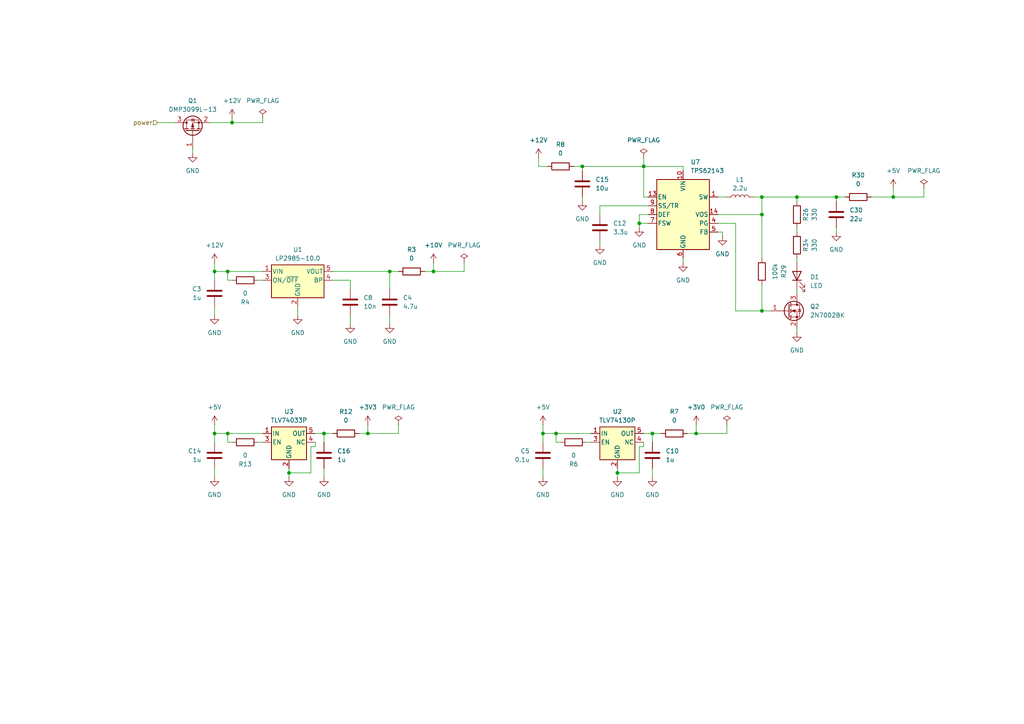
<source format=kicad_sch>
(kicad_sch (version 20250114) (generator "eeschema") (generator_version "9.0")
  (paper "A4")
  (title_block (title "ADF4158 + HMC391 PCB") (rev "v1.0") (company "Daniel Estévez"))
  (lib_symbols
    (symbol "ADF4158_PCB_library:2N7002BK" (pin_names (hide yes))
      (property "Reference" "Q" (at 5.08 1.905 0))
      (property "Value" "2N7002BK" (at 5.08 0 0))
      (symbol "2N7002BK_0_1"
        (polyline (pts (xy 0.254 1.905) (xy 0.254 -1.905)) (stroke (width 0.254)))
        (polyline (pts (xy 0.254 0) (xy -2.54 0)))
        (polyline (pts (xy 0.762 2.286) (xy 0.762 1.27)) (stroke (width 0.254)))
        (polyline (pts (xy 0.762 0.508) (xy 0.762 -0.508)) (stroke (width 0.254)))
        (polyline (pts (xy 0.762 -1.27) (xy 0.762 -2.286)) (stroke (width 0.254)))
        (polyline (pts (xy 0.762 -1.778) (xy 3.302 -1.778) (xy 3.302 1.778) (xy 0.762 1.778)))
        (polyline (pts (xy 1.016 0) (xy 2.032 0.381) (xy 2.032 -0.381) (xy 1.016 0)) (fill (type outline)))
        (circle (center 1.651 0) (radius 2.794) (stroke (width 0.254)))
        (polyline (pts (xy 2.54 2.54) (xy 2.54 1.778)))
        (circle (center 2.54 1.778) (radius 0.254) (fill (type outline)))
        (circle (center 2.54 -1.778) (radius 0.254) (fill (type outline)))
        (polyline (pts (xy 2.54 -2.54) (xy 2.54 0) (xy 0.762 0)))
        (polyline (pts (xy 2.794 0.508) (xy 2.921 0.381) (xy 3.683 0.381) (xy 3.81 0.254)))
        (polyline (pts (xy 3.302 0.381) (xy 2.921 -0.254) (xy 3.683 -0.254) (xy 3.302 0.381)))
      )
      (symbol "2N7002BK_1_1"
        (pin input line (at -5.08 0 0) (length 2.54) (name "G") (number "1"))
        (pin passive line (at 2.54 5.08 270) (length 2.54) (name "D") (number "3"))
        (pin passive line (at 2.54 -5.08 90) (length 2.54) (name "S") (number "2"))
      )
    )
    (symbol "ADF4158_PCB_library:DMP3099L-13" (pin_names (hide yes))
      (property "Reference" "Q" (at 5.08 1.905 0))
      (property "Value" "DMP3099L-13" (at 5.08 0 0))
      (symbol "DMP3099L-13_0_1"
        (polyline (pts (xy 0.254 1.905) (xy 0.254 -1.905)) (stroke (width 0.254)))
        (polyline (pts (xy 0.254 0) (xy -2.54 0)))
        (polyline (pts (xy 0.762 2.286) (xy 0.762 1.27)) (stroke (width 0.254)))
        (polyline (pts (xy 0.762 1.778) (xy 3.302 1.778) (xy 3.302 -1.778) (xy 0.762 -1.778)))
        (polyline (pts (xy 0.762 0.508) (xy 0.762 -0.508)) (stroke (width 0.254)))
        (polyline (pts (xy 0.762 -1.27) (xy 0.762 -2.286)) (stroke (width 0.254)))
        (circle (center 1.651 0) (radius 2.794) (stroke (width 0.254)))
        (polyline (pts (xy 2.286 0) (xy 1.27 0.381) (xy 1.27 -0.381) (xy 2.286 0)) (fill (type outline)))
        (polyline (pts (xy 2.54 2.54) (xy 2.54 1.778)))
        (circle (center 2.54 1.778) (radius 0.254) (fill (type outline)))
        (circle (center 2.54 -1.778) (radius 0.254) (fill (type outline)))
        (polyline (pts (xy 2.54 -2.54) (xy 2.54 0) (xy 0.762 0)))
        (polyline (pts (xy 2.794 -0.508) (xy 2.921 -0.381) (xy 3.683 -0.381) (xy 3.81 -0.254)))
        (polyline (pts (xy 3.302 -0.381) (xy 2.921 0.254) (xy 3.683 0.254) (xy 3.302 -0.381)))
      )
      (symbol "DMP3099L-13_1_1"
        (pin passive line (at -5.08 0 0) (length 2.54) (name "G") (number "1"))
        (pin passive line (at 2.54 5.08 270) (length 2.54) (name "D") (number "3"))
        (pin passive line (at 2.54 -5.08 90) (length 2.54) (name "S") (number "2"))
      )
    )
    (symbol "ADF4158_PCB_library:TLV74033P" (pin_names (offset 0.254))
      (property "Reference" "U" (at -3.81 5.715 0))
      (property "Value" "TLV74033P" (at 0 5.715 0))
      (symbol "TLV74033P_0_1"
        (rectangle (start -5.08 4.445) (end 5.08 -5.08) (stroke (width 0.254)) (fill (type background)))
      )
      (symbol "TLV74033P_1_1"
        (pin power_in line (at -7.62 2.54 0) (length 2.54) (name "IN") (number "1"))
        (pin input line (at -7.62 0 0) (length 2.54) (name "EN") (number "3"))
        (pin power_in line (at 0 -7.62 90) (length 2.54) (name "GND") (number "2"))
        (pin power_out line (at 7.62 2.54 180) (length 2.54) (name "OUT") (number "5"))
        (pin passive line (at 7.62 0 180) (length 2.54) (name "NC") (number "4"))
      )
    )
    (symbol "ADF4158_PCB_library:TLV74130P" (pin_names (offset 0.254))
      (property "Reference" "U" (at -3.81 5.715 0))
      (property "Value" "TLV74130P" (at 0 5.715 0))
      (symbol "TLV74130P_0_1"
        (rectangle (start -5.08 4.445) (end 5.08 -5.08) (stroke (width 0.254)) (fill (type background)))
      )
      (symbol "TLV74130P_1_1"
        (pin power_in line (at -7.62 2.54 0) (length 2.54) (name "IN") (number "1"))
        (pin input line (at -7.62 0 0) (length 2.54) (name "EN") (number "3"))
        (pin power_in line (at 0 -7.62 90) (length 2.54) (name "GND") (number "2"))
        (pin power_out line (at 7.62 2.54 180) (length 2.54) (name "OUT") (number "5"))
        (pin passive line (at 7.62 0 180) (length 2.54) (name "NC") (number "4"))
      )
    )
    (symbol "Device:C" (pin_numbers (hide yes)) (pin_names (offset 0.254))
      (property "Reference" "C" (at 0.635 2.54 0))
      (property "Value" "C" (at 0.635 -2.54 0))
      (symbol "C_0_1"
        (polyline (pts (xy -2.032 0.762) (xy 2.032 0.762)) (stroke (width 0.508)))
        (polyline (pts (xy -2.032 -0.762) (xy 2.032 -0.762)) (stroke (width 0.508)))
      )
      (symbol "C_1_1"
        (pin passive line (at 0 3.81 270) (length 2.794) (name "~") (number "1"))
        (pin passive line (at 0 -3.81 90) (length 2.794) (name "~") (number "2"))
      )
    )
    (symbol "Device:L" (pin_numbers (hide yes)) (pin_names (offset 1.016) (hide yes))
      (property "Reference" "L" (at -1.27 0 90))
      (property "Value" "L" (at 1.905 0 90))
      (symbol "L_0_1"
        (arc (start 0 2.54) (mid 0.6323 1.905) (end 0 1.27))
        (arc (start 0 1.27) (mid 0.6323 0.635) (end 0 0))
        (arc (start 0 0) (mid 0.6323 -0.635) (end 0 -1.27))
        (arc (start 0 -1.27) (mid 0.6323 -1.905) (end 0 -2.54))
      )
      (symbol "L_1_1"
        (pin passive line (at 0 3.81 270) (length 1.27) (name "1") (number "1"))
        (pin passive line (at 0 -3.81 90) (length 1.27) (name "2") (number "2"))
      )
    )
    (symbol "Device:LED" (pin_numbers (hide yes)) (pin_names (offset 1.016) (hide yes))
      (property "Reference" "D" (at 0 2.54 0))
      (property "Value" "LED" (at 0 -2.54 0))
      (symbol "LED_0_1"
        (polyline (pts (xy -3.048 -0.762) (xy -4.572 -2.286) (xy -3.81 -2.286) (xy -4.572 -2.286) (xy -4.572 -1.524)))
        (polyline (pts (xy -1.778 -0.762) (xy -3.302 -2.286) (xy -2.54 -2.286) (xy -3.302 -2.286) (xy -3.302 -1.524)))
        (polyline (pts (xy -1.27 0) (xy 1.27 0)))
        (polyline (pts (xy -1.27 -1.27) (xy -1.27 1.27)) (stroke (width 0.254)))
        (polyline (pts (xy 1.27 -1.27) (xy 1.27 1.27) (xy -1.27 0) (xy 1.27 -1.27)) (stroke (width 0.254)))
      )
      (symbol "LED_1_1"
        (pin passive line (at -3.81 0 0) (length 2.54) (name "K") (number "1"))
        (pin passive line (at 3.81 0 180) (length 2.54) (name "A") (number "2"))
      )
    )
    (symbol "Device:R" (pin_numbers (hide yes)) (pin_names (offset 0))
      (property "Reference" "R" (at 2.032 0 90))
      (property "Value" "R" (at 0 0 90))
      (symbol "R_0_1"
        (rectangle (start -1.016 -2.54) (end 1.016 2.54) (stroke (width 0.254)))
      )
      (symbol "R_1_1"
        (pin passive line (at 0 3.81 270) (length 1.27) (name "~") (number "1"))
        (pin passive line (at 0 -3.81 90) (length 1.27) (name "~") (number "2"))
      )
    )
    (symbol "Regulator_Linear:LP2985-10.0" (pin_names (offset 0.254))
      (property "Reference" "U" (at -6.35 5.715 0))
      (property "Value" "LP2985-10.0" (at 0 5.715 0))
      (symbol "LP2985-10.0_0_1"
        (rectangle (start -7.62 -5.08) (end 7.62 4.445) (stroke (width 0.254)) (fill (type background)))
      )
      (symbol "LP2985-10.0_1_1"
        (pin power_in line (at -10.16 2.54 0) (length 2.54) (name "VIN") (number "1"))
        (pin input line (at -10.16 0 0) (length 2.54) (name "ON/~{OFF}") (number "3"))
        (pin power_in line (at 0 -7.62 90) (length 2.54) (name "GND") (number "2"))
        (pin power_out line (at 10.16 2.54 180) (length 2.54) (name "VOUT") (number "5"))
        (pin input line (at 10.16 0 180) (length 2.54) (name "BP") (number "4"))
      )
    )
    (symbol "Regulator_Switching:TPS62143" (pin_names (offset 0.254))
      (property "Reference" "U" (at 3.81 13.97 0))
      (property "Value" "TPS62143" (at 3.81 11.43 0))
      (symbol "TPS62143_0_1"
        (rectangle (start -7.62 10.16) (end 7.62 -10.16) (stroke (width 0.254)) (fill (type background)))
      )
      (symbol "TPS62143_1_1"
        (pin input line (at -10.16 5.08 0) (length 2.54) (name "EN") (number "13"))
        (pin input line (at -10.16 2.54 0) (length 2.54) (name "SS/TR") (number "9"))
        (pin input line (at -10.16 0 0) (length 2.54) (name "DEF") (number "8"))
        (pin input line (at -10.16 -2.54 0) (length 2.54) (name "FSW") (number "7"))
        (pin power_in line (at 0 12.7 270) (length 2.54) (name "VIN") (number "10"))
        (pin passive line (at 0 12.7 270) (length 2.54) (hide yes) (name "VIN") (number "11"))
        (pin passive line (at 0 12.7 270) (length 2.54) (hide yes) (name "VIN") (number "12"))
        (pin passive line (at 0 -12.7 90) (length 2.54) (hide yes) (name "GND") (number "15"))
        (pin passive line (at 0 -12.7 90) (length 2.54) (hide yes) (name "GND") (number "16"))
        (pin passive line (at 0 -12.7 90) (length 2.54) (hide yes) (name "GND") (number "17"))
        (pin power_in line (at 0 -12.7 90) (length 2.54) (name "GND") (number "6"))
        (pin output line (at 10.16 5.08 180) (length 2.54) (name "SW") (number "1"))
        (pin passive line (at 10.16 5.08 180) (length 2.54) (hide yes) (name "SW") (number "2"))
        (pin passive line (at 10.16 5.08 180) (length 2.54) (hide yes) (name "SW") (number "3"))
        (pin input line (at 10.16 0 180) (length 2.54) (name "VOS") (number "14"))
        (pin open_collector line (at 10.16 -2.54 180) (length 2.54) (name "PG") (number "4"))
        (pin input line (at 10.16 -5.08 180) (length 2.54) (name "FB") (number "5"))
      )
    )
    (symbol "power:+10V" (power) (pin_numbers (hide yes)) (pin_names (offset 0) (hide yes))
      (property "Value" "+10V" (at 0 3.556 0))
      (symbol "+10V_0_1"
        (polyline (pts (xy -0.762 1.27) (xy 0 2.54)))
        (polyline (pts (xy 0 2.54) (xy 0.762 1.27)))
        (polyline (pts (xy 0 0) (xy 0 2.54)))
      )
      (symbol "+10V_1_1"
        (pin power_in line (at 0 0 90) (length 0) (name "~") (number "1"))
      )
    )
    (symbol "power:+12V" (power) (pin_numbers (hide yes)) (pin_names (offset 0) (hide yes))
      (property "Value" "+12V" (at 0 3.556 0))
      (symbol "+12V_0_1"
        (polyline (pts (xy -0.762 1.27) (xy 0 2.54)))
        (polyline (pts (xy 0 2.54) (xy 0.762 1.27)))
        (polyline (pts (xy 0 0) (xy 0 2.54)))
      )
      (symbol "+12V_1_1"
        (pin power_in line (at 0 0 90) (length 0) (name "~") (number "1"))
      )
    )
    (symbol "power:+3V0" (power) (pin_numbers (hide yes)) (pin_names (offset 0) (hide yes))
      (property "Value" "+3V0" (at 0 3.556 0))
      (symbol "+3V0_0_1"
        (polyline (pts (xy -0.762 1.27) (xy 0 2.54)))
        (polyline (pts (xy 0 2.54) (xy 0.762 1.27)))
        (polyline (pts (xy 0 0) (xy 0 2.54)))
      )
      (symbol "+3V0_1_1"
        (pin power_in line (at 0 0 90) (length 0) (name "~") (number "1"))
      )
    )
    (symbol "power:+3V3" (power) (pin_numbers (hide yes)) (pin_names (offset 0) (hide yes))
      (property "Value" "+3V3" (at 0 3.556 0))
      (symbol "+3V3_0_1"
        (polyline (pts (xy -0.762 1.27) (xy 0 2.54)))
        (polyline (pts (xy 0 2.54) (xy 0.762 1.27)))
        (polyline (pts (xy 0 0) (xy 0 2.54)))
      )
      (symbol "+3V3_1_1"
        (pin power_in line (at 0 0 90) (length 0) (name "~") (number "1"))
      )
    )
    (symbol "power:+5V" (power) (pin_numbers (hide yes)) (pin_names (offset 0) (hide yes))
      (property "Value" "+5V" (at 0 3.556 0))
      (symbol "+5V_0_1"
        (polyline (pts (xy -0.762 1.27) (xy 0 2.54)))
        (polyline (pts (xy 0 2.54) (xy 0.762 1.27)))
        (polyline (pts (xy 0 0) (xy 0 2.54)))
      )
      (symbol "+5V_1_1"
        (pin power_in line (at 0 0 90) (length 0) (name "~") (number "1"))
      )
    )
    (symbol "power:GND" (power) (pin_numbers (hide yes)) (pin_names (offset 0) (hide yes))
      (property "Value" "GND" (at 0 -3.81 0))
      (symbol "GND_0_1"
        (polyline (pts (xy 0 0) (xy 0 -1.27) (xy 1.27 -1.27) (xy 0 -2.54) (xy -1.27 -1.27) (xy 0 -1.27)))
      )
      (symbol "GND_1_1"
        (pin power_in line (at 0 0 270) (length 0) (name "~") (number "1"))
      )
    )
    (symbol "power:PWR_FLAG" (power) (pin_numbers (hide yes)) (pin_names (offset 0) (hide yes))
      (property "Value" "PWR_FLAG" (at 0 3.81 0))
      (symbol "PWR_FLAG_0_0"
        (pin power_out line (at 0 0 90) (length 0) (name "~") (number "1"))
      )
      (symbol "PWR_FLAG_0_1"
        (polyline (pts (xy 0 0) (xy 0 1.27) (xy -1.016 1.905) (xy 0 2.54) (xy 1.016 1.905) (xy 0 1.27)))
      )
    )
  )
  (junction (at 259.08 57.15))
  (junction (at 186.69 48.26))
  (junction (at 62.23 78.74))
  (junction (at 185.42 64.77))
  (junction (at 220.98 62.23))
  (junction (at 220.98 57.15))
  (junction (at 83.82 137.16))
  (junction (at 62.23 125.73))
  (junction (at 220.98 90.17))
  (junction (at 93.98 125.73))
  (junction (at 189.23 125.73))
  (junction (at 157.48 125.73))
  (junction (at 161.29 125.73))
  (junction (at 66.04 125.73))
  (junction (at 179.07 137.16))
  (junction (at 125.73 78.74))
  (junction (at 66.04 78.74))
  (junction (at 231.14 57.15))
  (junction (at 106.68 125.73))
  (junction (at 201.93 125.73))
  (junction (at 67.31 35.56))
  (junction (at 242.57 57.15))
  (junction (at 113.03 78.74))
  (junction (at 168.91 48.26))
  (wire (pts (xy 91.44 125.73) (xy 93.98 125.73)))
  (wire (pts (xy 242.57 57.15) (xy 242.57 58.42)))
  (wire (pts (xy 66.04 78.74) (xy 76.2 78.74)))
  (wire (pts (xy 125.73 78.74) (xy 125.73 76.2)))
  (wire (pts (xy 161.29 128.27) (xy 161.29 125.73)))
  (wire (pts (xy 156.21 48.26) (xy 158.75 48.26)))
  (wire (pts (xy 157.48 135.89) (xy 157.48 138.43)))
  (wire (pts (xy 66.04 81.28) (xy 66.04 78.74)))
  (wire (pts (xy 189.23 135.89) (xy 189.23 138.43)))
  (wire (pts (xy 179.07 135.89) (xy 179.07 137.16)))
  (wire (pts (xy 62.23 78.74) (xy 66.04 78.74)))
  (wire (pts (xy 113.03 78.74) (xy 115.57 78.74)))
  (wire (pts (xy 83.82 135.89) (xy 83.82 137.16)))
  (wire (pts (xy 210.82 125.73) (xy 210.82 123.19)))
  (wire (pts (xy 185.42 64.77) (xy 185.42 62.23)))
  (wire (pts (xy 185.42 66.04) (xy 185.42 64.77)))
  (wire (pts (xy 231.14 57.15) (xy 242.57 57.15)))
  (wire (pts (xy 189.23 125.73) (xy 191.77 125.73)))
  (wire (pts (xy 96.52 81.28) (xy 101.6 81.28)))
  (wire (pts (xy 62.23 123.19) (xy 62.23 125.73)))
  (wire (pts (xy 252.73 57.15) (xy 259.08 57.15)))
  (wire (pts (xy 125.73 78.74) (xy 134.62 78.74)))
  (wire (pts (xy 173.99 59.69) (xy 173.99 62.23)))
  (wire (pts (xy 91.44 129.54) (xy 90.17 129.54)))
  (wire (pts (xy 106.68 125.73) (xy 106.68 123.19)))
  (wire (pts (xy 168.91 48.26) (xy 168.91 49.53)))
  (wire (pts (xy 187.96 59.69) (xy 173.99 59.69)))
  (wire (pts (xy 86.36 88.9) (xy 86.36 91.44)))
  (wire (pts (xy 55.88 43.18) (xy 55.88 44.45)))
  (wire (pts (xy 170.18 128.27) (xy 171.45 128.27)))
  (wire (pts (xy 220.98 90.17) (xy 223.52 90.17)))
  (wire (pts (xy 62.23 125.73) (xy 62.23 128.27)))
  (wire (pts (xy 90.17 137.16) (xy 83.82 137.16)))
  (wire (pts (xy 231.14 74.93) (xy 231.14 76.2)))
  (wire (pts (xy 113.03 91.44) (xy 113.03 93.98)))
  (wire (pts (xy 101.6 81.28) (xy 101.6 83.82)))
  (wire (pts (xy 66.04 128.27) (xy 66.04 125.73)))
  (wire (pts (xy 220.98 82.55) (xy 220.98 90.17)))
  (wire (pts (xy 213.36 64.77) (xy 213.36 90.17)))
  (wire (pts (xy 67.31 81.28) (xy 66.04 81.28)))
  (wire (pts (xy 267.97 57.15) (xy 267.97 54.61)))
  (wire (pts (xy 67.31 35.56) (xy 67.31 34.29)))
  (wire (pts (xy 60.96 35.56) (xy 67.31 35.56)))
  (wire (pts (xy 113.03 78.74) (xy 96.52 78.74)))
  (wire (pts (xy 106.68 125.73) (xy 115.57 125.73)))
  (wire (pts (xy 208.28 57.15) (xy 210.82 57.15)))
  (wire (pts (xy 162.56 128.27) (xy 161.29 128.27)))
  (wire (pts (xy 62.23 88.9) (xy 62.23 91.44)))
  (wire (pts (xy 62.23 76.2) (xy 62.23 78.74)))
  (wire (pts (xy 123.19 78.74) (xy 125.73 78.74)))
  (wire (pts (xy 259.08 57.15) (xy 259.08 54.61)))
  (wire (pts (xy 186.69 125.73) (xy 189.23 125.73)))
  (wire (pts (xy 62.23 78.74) (xy 62.23 81.28)))
  (wire (pts (xy 213.36 64.77) (xy 208.28 64.77)))
  (wire (pts (xy 93.98 125.73) (xy 96.52 125.73)))
  (wire (pts (xy 66.04 125.73) (xy 76.2 125.73)))
  (wire (pts (xy 209.55 67.31) (xy 209.55 68.58)))
  (wire (pts (xy 179.07 137.16) (xy 179.07 138.43)))
  (wire (pts (xy 104.14 125.73) (xy 106.68 125.73)))
  (wire (pts (xy 115.57 125.73) (xy 115.57 123.19)))
  (wire (pts (xy 259.08 57.15) (xy 267.97 57.15)))
  (wire (pts (xy 185.42 129.54) (xy 185.42 137.16)))
  (wire (pts (xy 242.57 67.31) (xy 242.57 66.04)))
  (wire (pts (xy 220.98 62.23) (xy 220.98 74.93)))
  (wire (pts (xy 231.14 95.25) (xy 231.14 96.52)))
  (wire (pts (xy 157.48 125.73) (xy 157.48 128.27)))
  (wire (pts (xy 157.48 123.19) (xy 157.48 125.73)))
  (wire (pts (xy 168.91 57.15) (xy 168.91 58.42)))
  (wire (pts (xy 45.72 35.56) (xy 50.8 35.56)))
  (wire (pts (xy 231.14 83.82) (xy 231.14 85.09)))
  (wire (pts (xy 199.39 125.73) (xy 201.93 125.73)))
  (wire (pts (xy 156.21 45.72) (xy 156.21 48.26)))
  (wire (pts (xy 168.91 48.26) (xy 186.69 48.26)))
  (wire (pts (xy 242.57 57.15) (xy 245.11 57.15)))
  (wire (pts (xy 189.23 128.27) (xy 189.23 125.73)))
  (wire (pts (xy 93.98 135.89) (xy 93.98 138.43)))
  (wire (pts (xy 201.93 125.73) (xy 210.82 125.73)))
  (wire (pts (xy 113.03 83.82) (xy 113.03 78.74)))
  (wire (pts (xy 208.28 67.31) (xy 209.55 67.31)))
  (wire (pts (xy 187.96 57.15) (xy 186.69 57.15)))
  (wire (pts (xy 201.93 125.73) (xy 201.93 123.19)))
  (wire (pts (xy 134.62 78.74) (xy 134.62 76.2)))
  (wire (pts (xy 93.98 128.27) (xy 93.98 125.73)))
  (wire (pts (xy 198.12 74.93) (xy 198.12 76.2)))
  (wire (pts (xy 231.14 66.04) (xy 231.14 67.31)))
  (wire (pts (xy 173.99 69.85) (xy 173.99 71.12)))
  (wire (pts (xy 166.37 48.26) (xy 168.91 48.26)))
  (wire (pts (xy 101.6 91.44) (xy 101.6 93.98)))
  (wire (pts (xy 185.42 64.77) (xy 187.96 64.77)))
  (wire (pts (xy 185.42 62.23) (xy 187.96 62.23)))
  (wire (pts (xy 62.23 135.89) (xy 62.23 138.43)))
  (wire (pts (xy 157.48 125.73) (xy 161.29 125.73)))
  (wire (pts (xy 220.98 62.23) (xy 220.98 57.15)))
  (wire (pts (xy 67.31 128.27) (xy 66.04 128.27)))
  (wire (pts (xy 186.69 48.26) (xy 186.69 57.15)))
  (wire (pts (xy 83.82 137.16) (xy 83.82 138.43)))
  (wire (pts (xy 161.29 125.73) (xy 171.45 125.73)))
  (wire (pts (xy 186.69 129.54) (xy 185.42 129.54)))
  (wire (pts (xy 220.98 57.15) (xy 231.14 57.15)))
  (wire (pts (xy 220.98 57.15) (xy 218.44 57.15)))
  (wire (pts (xy 198.12 48.26) (xy 198.12 49.53)))
  (wire (pts (xy 231.14 57.15) (xy 231.14 58.42)))
  (wire (pts (xy 186.69 45.72) (xy 186.69 48.26)))
  (wire (pts (xy 74.93 81.28) (xy 76.2 81.28)))
  (wire (pts (xy 90.17 129.54) (xy 90.17 137.16)))
  (wire (pts (xy 213.36 90.17) (xy 220.98 90.17)))
  (wire (pts (xy 186.69 128.27) (xy 186.69 129.54)))
  (wire (pts (xy 74.93 128.27) (xy 76.2 128.27)))
  (wire (pts (xy 76.2 35.56) (xy 76.2 34.29)))
  (wire (pts (xy 62.23 125.73) (xy 66.04 125.73)))
  (wire (pts (xy 208.28 62.23) (xy 220.98 62.23)))
  (wire (pts (xy 91.44 128.27) (xy 91.44 129.54)))
  (wire (pts (xy 67.31 35.56) (xy 76.2 35.56)))
  (wire (pts (xy 185.42 137.16) (xy 179.07 137.16)))
  (wire (pts (xy 186.69 48.26) (xy 198.12 48.26)))
  (hierarchical_label "power" (shape input) (at 45.72 35.56 180))
  (symbol (lib_id "power:GND") (at 83.82 138.43 0) (unit 1)
    (property "Reference" "#PWR041" (effects (hide yes)))
    (property "Value" "GND" (at 83.82 143.51 0))
    (property "Description" "Power symbol creates a global label with name \"GND\" , ground" (effects (hide yes)))
  )
  (symbol (lib_id "power:GND") (at 231.14 96.52 0) (unit 1)
    (property "Reference" "#PWR055" (effects (hide yes)))
    (property "Value" "GND" (at 231.14 101.6 0))
    (property "Description" "Power symbol creates a global label with name \"GND\" , ground" (effects (hide yes)))
  )
  (symbol (lib_id "power:+3V3") (at 106.68 123.19 0) (unit 1)
    (property "Reference" "#PWR031" (effects (hide yes)))
    (property "Value" "+3V3" (at 106.68 118.11 0))
    (property "Description" "Power symbol creates a global label with name \"+3V3\"" (effects (hide yes)))
  )
  (symbol (lib_id "power:PWR_FLAG") (at 76.2 34.29 0) (unit 1)
    (property "Reference" "#FLG01" (effects (hide yes)))
    (property "Value" "PWR_FLAG" (at 76.2 29.21 0))
    (property "Description" "Special symbol for telling ERC where power comes from" (effects (hide yes)))
  )
  (symbol (lib_id "ADF4158_PCB_library:DMP3099L-13") (at 55.88 38.1 90) (unit 1)
    (property "Reference" "Q1" (at 55.88 29.21 90))
    (property "Value" "DMP3099L-13" (at 55.88 31.75 90))
    (property "Footprint" "Package_TO_SOT_SMD:SOT-23-3" (effects (hide yes)))
    (property "Datasheet" "https://www.diodes.com/assets/Datasheets/DMP3099L.pdf" (effects (hide yes)))
    (property "Description" "-3.8A Id, -30V Vds, P-Channel MOSFET, 65mOhm Ron, 563 pF Qg (typ)" (effects (hide yes)))
    (property "Digikey Part Number" "DMP3099L-13DICT-ND" (effects (hide yes)))
  )
  (symbol (lib_id "power:GND") (at 168.91 58.42 0) (unit 1)
    (property "Reference" "#PWR046" (effects (hide yes)))
    (property "Value" "GND" (at 168.91 63.5 0))
    (property "Description" "Power symbol creates a global label with name \"GND\" , ground" (effects (hide yes)))
  )
  (symbol (lib_id "Device:C") (at 189.23 132.08 0) (unit 1)
    (property "Reference" "C10" (at 193.04 130.8099 0) (effects (justify left)))
    (property "Value" "1u" (at 193.04 133.3499 0) (effects (justify left)))
    (property "Footprint" "Capacitor_SMD:C_0603_1608Metric" (effects (hide yes)))
    (property "Datasheet" "https://mm.digikey.com/Volume0/opasdata/d220001/medias/docus/3644/CL10B105KA8NNNC_spec.pdf" (effects (hide yes)))
    (property "Description" "CAP CER 1UF 25V X7R 0603" (effects (hide yes)))
    (property "Digikey Part Number" "1276-1184-1-ND" (effects (hide yes)))
  )
  (symbol (lib_id "power:+12V") (at 156.21 45.72 0) (unit 1)
    (property "Reference" "#PWR029" (effects (hide yes)))
    (property "Value" "+12V" (at 156.21 40.64 0))
    (property "Description" "Power symbol creates a global label with name \"+12V\"" (effects (hide yes)))
  )
  (symbol (lib_id "Device:C") (at 113.03 87.63 0) (unit 1)
    (property "Reference" "C4" (at 116.84 86.3599 0) (effects (justify left)))
    (property "Value" "4.7u" (at 116.84 88.8999 0) (effects (justify left)))
    (property "Footprint" "Capacitor_SMD:C_0805_2012Metric" (effects (hide yes)))
    (property "Datasheet" "https://search.murata.co.jp/Ceramy/image/img/A01X/G101/ENG/GRM21BR71C475ME51-01A.pdf" (effects (hide yes)))
    (property "Description" "CAP CER 4.7UF 16V X7R 0805" (effects (hide yes)))
    (property "Digikey Part Number" "490-GRM21BR71C475ME51KCT-ND" (effects (hide yes)))
  )
  (symbol (lib_id "Device:R") (at 231.14 71.12 180) (unit 1)
    (property "Reference" "R34" (at 233.68 71.12 90))
    (property "Value" "330" (at 236.22 71.12 90))
    (property "Footprint" "Resistor_SMD:R_0402_1005Metric" (effects (hide yes)))
    (property "Datasheet" "https://industrial.panasonic.com/cdbs/www-data/pdf/RDA0000/AOA0000C304.pdf" (effects (hide yes)))
    (property "Description" "RES SMD 330 OHM 1% 1/10W 0402" (effects (hide yes)))
    (property "Digikey Part Number" "P330LCT-ND" (effects (hide yes)))
  )
  (symbol (lib_id "power:PWR_FLAG") (at 267.97 54.61 0) (unit 1)
    (property "Reference" "#FLG03" (effects (hide yes)))
    (property "Value" "PWR_FLAG" (at 267.97 49.53 0))
    (property "Description" "Special symbol for telling ERC where power comes from" (effects (hide yes)))
  )
  (symbol (lib_id "power:PWR_FLAG") (at 115.57 123.19 0) (unit 1)
    (property "Reference" "#FLG05" (effects (hide yes)))
    (property "Value" "PWR_FLAG" (at 115.57 118.11 0))
    (property "Description" "Special symbol for telling ERC where power comes from" (effects (hide yes)))
  )
  (symbol (lib_id "power:+5V") (at 62.23 123.19 0) (unit 1)
    (property "Reference" "#PWR030" (effects (hide yes)))
    (property "Value" "+5V" (at 62.23 118.11 0))
    (property "Description" "Power symbol creates a global label with name \"+5V\"" (effects (hide yes)))
  )
  (symbol (lib_id "power:GND") (at 242.57 67.31 0) (unit 1)
    (property "Reference" "#PWR051" (effects (hide yes)))
    (property "Value" "GND" (at 242.57 72.39 0))
    (property "Description" "Power symbol creates a global label with name \"GND\" , ground" (effects (hide yes)))
  )
  (symbol (lib_id "Device:C") (at 168.91 53.34 0) (unit 1)
    (property "Reference" "C15" (at 172.72 52.0699 0) (effects (justify left)))
    (property "Value" "10u" (at 172.72 54.6099 0) (effects (justify left)))
    (property "Footprint" "Capacitor_SMD:C_0805_2012Metric" (effects (hide yes)))
    (property "Datasheet" "https://mm.digikey.com/Volume0/opasdata/d220001/medias/docus/926/CL_Series_MLCC_ds.pdf" (effects (hide yes)))
    (property "Description" "CAP CER 10UF 16V X7R 0805" (effects (hide yes)))
    (property "Digikey Part Number" "1276-2872-1-ND" (effects (hide yes)))
  )
  (symbol (lib_id "Device:R") (at 220.98 78.74 0) (mirror x) (unit 1)
    (property "Reference" "R29" (at 227.33 78.74 90))
    (property "Value" "100k" (at 224.79 78.74 90))
    (property "Footprint" "Resistor_SMD:R_0402_1005Metric" (effects (hide yes)))
    (property "Datasheet" "https://industrial.panasonic.com/cdbs/www-data/pdf/RDA0000/AOA0000C304.pdf" (effects (hide yes)))
    (property "Description" "RES 100K OHM 1% 1/16W 0402" (effects (hide yes)))
    (property "Digikey Part Number" "P100KLCT-ND" (effects (hide yes)))
  )
  (symbol (lib_id "power:GND") (at 189.23 138.43 0) (unit 1)
    (property "Reference" "#PWR045" (effects (hide yes)))
    (property "Value" "GND" (at 189.23 143.51 0))
    (property "Description" "Power symbol creates a global label with name \"GND\" , ground" (effects (hide yes)))
  )
  (symbol (lib_id "power:GND") (at 101.6 93.98 0) (unit 1)
    (property "Reference" "#PWR036" (effects (hide yes)))
    (property "Value" "GND" (at 101.6 99.06 0))
    (property "Description" "Power symbol creates a global label with name \"GND\" , ground" (effects (hide yes)))
  )
  (symbol (lib_id "Device:R") (at 119.38 78.74 90) (unit 1)
    (property "Reference" "R3" (at 119.38 72.39 90))
    (property "Value" "0" (at 119.38 74.93 90))
    (property "Footprint" "Resistor_SMD:R_0402_1005Metric" (effects (hide yes)))
    (property "Datasheet" "https://industrial.panasonic.com/ww/products/pt/general-purpose-chip-resistors/models/ERJ2GE0R00X" (effects (hide yes)))
    (property "Description" "RES SMD 0 OHM JUMPER 1/10W 0402" (effects (hide yes)))
    (property "Digikey Part Number" "P0.0JCT-ND" (effects (hide yes)))
  )
  (symbol (lib_id "Device:C") (at 62.23 132.08 0) (mirror y) (unit 1)
    (property "Reference" "C14" (at 58.42 130.8099 0) (effects (justify left)))
    (property "Value" "1u" (at 58.42 133.3499 0) (effects (justify left)))
    (property "Footprint" "Capacitor_SMD:C_0603_1608Metric" (effects (hide yes)))
    (property "Datasheet" "https://mm.digikey.com/Volume0/opasdata/d220001/medias/docus/3644/CL10B105KA8NNNC_spec.pdf" (effects (hide yes)))
    (property "Description" "CAP CER 1UF 25V X7R 0603" (effects (hide yes)))
    (property "Digikey Part Number" "1276-1184-1-ND" (effects (hide yes)))
  )
  (symbol (lib_id "Device:R") (at 248.92 57.15 90) (unit 1)
    (property "Reference" "R30" (at 248.92 50.8 90))
    (property "Value" "0" (at 248.92 53.34 90))
    (property "Footprint" "Resistor_SMD:R_0402_1005Metric" (effects (hide yes)))
    (property "Datasheet" "https://industrial.panasonic.com/ww/products/pt/general-purpose-chip-resistors/models/ERJ2GE0R00X" (effects (hide yes)))
    (property "Description" "RES SMD 0 OHM JUMPER 1/10W 0402" (effects (hide yes)))
    (property "Digikey Part Number" "P0.0JCT-ND" (effects (hide yes)))
  )
  (symbol (lib_id "Device:R") (at 100.33 125.73 90) (unit 1)
    (property "Reference" "R12" (at 100.33 119.38 90))
    (property "Value" "0" (at 100.33 121.92 90))
    (property "Footprint" "Resistor_SMD:R_0402_1005Metric" (effects (hide yes)))
    (property "Datasheet" "https://industrial.panasonic.com/ww/products/pt/general-purpose-chip-resistors/models/ERJ2GE0R00X" (effects (hide yes)))
    (property "Description" "RES SMD 0 OHM JUMPER 1/10W 0402" (effects (hide yes)))
    (property "Digikey Part Number" "P0.0JCT-ND" (effects (hide yes)))
  )
  (symbol (lib_id "power:GND") (at 179.07 138.43 0) (unit 1)
    (property "Reference" "#PWR044" (effects (hide yes)))
    (property "Value" "GND" (at 179.07 143.51 0))
    (property "Description" "Power symbol creates a global label with name \"GND\" , ground" (effects (hide yes)))
  )
  (symbol (lib_id "Device:R") (at 231.14 62.23 180) (unit 1)
    (property "Reference" "R26" (at 233.68 62.23 90))
    (property "Value" "330" (at 236.22 62.23 90))
    (property "Footprint" "Resistor_SMD:R_0402_1005Metric" (effects (hide yes)))
    (property "Datasheet" "https://industrial.panasonic.com/cdbs/www-data/pdf/RDA0000/AOA0000C304.pdf" (effects (hide yes)))
    (property "Description" "RES SMD 330 OHM 1% 1/10W 0402" (effects (hide yes)))
    (property "Digikey Part Number" "P330LCT-ND" (effects (hide yes)))
  )
  (symbol (lib_id "Device:C") (at 173.99 66.04 0) (unit 1)
    (property "Reference" "C12" (at 177.8 64.7699 0) (effects (justify left)))
    (property "Value" "3.3u" (at 177.8 67.3099 0) (effects (justify left)))
    (property "Footprint" "Capacitor_SMD:C_1206_3216Metric" (effects (hide yes)))
    (property "Datasheet" "https://weblib.samsungsem.com/mlcc/mlcc-ec-data-sheet.do?partNumber=CL05Y105KP6VPN" (effects (hide yes)))
    (property "Description" "CAP CER 3.3UF 16V X7R 1206" (effects (hide yes)))
    (property "Digikey Part Number" "1276-1841-1-ND" (effects (hide yes)))
  )
  (symbol (lib_id "Device:R") (at 71.12 81.28 90) (mirror x) (unit 1)
    (property "Reference" "R4" (at 71.12 87.63 90))
    (property "Value" "0" (at 71.12 85.09 90))
    (property "Footprint" "Resistor_SMD:R_0402_1005Metric" (effects (hide yes)))
    (property "Datasheet" "https://industrial.panasonic.com/ww/products/pt/general-purpose-chip-resistors/models/ERJ2GE0R00X" (effects (hide yes)))
    (property "Description" "RES SMD 0 OHM JUMPER 1/10W 0402" (effects (hide yes)))
    (property "Digikey Part Number" "P0.0JCT-ND" (effects (hide yes)))
  )
  (symbol (lib_id "Device:R") (at 162.56 48.26 90) (unit 1)
    (property "Reference" "R8" (at 162.56 41.91 90))
    (property "Value" "0" (at 162.56 44.45 90))
    (property "Footprint" "Resistor_SMD:R_0402_1005Metric" (effects (hide yes)))
    (property "Datasheet" "https://industrial.panasonic.com/ww/products/pt/general-purpose-chip-resistors/models/ERJ2GE0R00X" (effects (hide yes)))
    (property "Description" "RES SMD 0 OHM JUMPER 1/10W 0402" (effects (hide yes)))
    (property "Digikey Part Number" "P0.0JCT-ND" (effects (hide yes)))
  )
  (symbol (lib_id "ADF4158_PCB_library:2N7002BK") (at 228.6 90.17 0) (unit 1)
    (property "Reference" "Q2" (at 234.95 88.8999 0) (effects (justify left)))
    (property "Value" "2N7002BK" (at 234.95 91.4399 0) (effects (justify left)))
    (property "Footprint" "Package_TO_SOT_SMD:SOT-23" (effects (hide yes)))
    (property "Datasheet" "https://assets.nexperia.com/documents/data-sheet/2N7002BK.pdf" (effects (hide yes)))
    (property "Description" "0.35A Id, 60V Vds, N-Channel MOSFET, SOT-23" (effects (hide yes)))
    (property "Digikey Part Number" "1727-4789-1-ND" (effects (hide yes)))
  )
  (symbol (lib_id "power:+5V") (at 157.48 123.19 0) (unit 1)
    (property "Reference" "#PWR033" (effects (hide yes)))
    (property "Value" "+5V" (at 157.48 118.11 0))
    (property "Description" "Power symbol creates a global label with name \"+5V\"" (effects (hide yes)))
  )
  (symbol (lib_id "power:GND") (at 209.55 68.58 0) (unit 1)
    (property "Reference" "#PWR050" (effects (hide yes)))
    (property "Value" "GND" (at 209.55 73.66 0))
    (property "Description" "Power symbol creates a global label with name \"GND\" , ground" (effects (hide yes)))
  )
  (symbol (lib_id "power:GND") (at 113.03 93.98 0) (unit 1)
    (property "Reference" "#PWR037" (effects (hide yes)))
    (property "Value" "GND" (at 113.03 99.06 0))
    (property "Description" "Power symbol creates a global label with name \"GND\" , ground" (effects (hide yes)))
  )
  (symbol (lib_id "power:+10V") (at 125.73 76.2 0) (unit 1)
    (property "Reference" "#PWR027" (effects (hide yes)))
    (property "Value" "+10V" (at 125.73 71.12 0))
    (property "Description" "Power symbol creates a global label with name \"+10V\"" (effects (hide yes)))
  )
  (symbol (lib_id "Device:C") (at 242.57 62.23 0) (unit 1)
    (property "Reference" "C30" (at 246.38 60.9599 0) (effects (justify left)))
    (property "Value" "22u" (at 246.38 63.4999 0) (effects (justify left)))
    (property "Footprint" "Capacitor_SMD:C_0603_1608Metric" (effects (hide yes)))
    (property "Datasheet" "https://mm.digikey.com/Volume0/opasdata/d220001/medias/docus/2901/CL10A226MP8NUNC_Spec.pdf" (effects (hide yes)))
    (property "Description" "CAP CER 22UF 10V X5R 0603" (effects (hide yes)))
    (property "Digikey Part Number" "1276-1274-1-ND" (effects (hide yes)))
  )
  (symbol (lib_id "Regulator_Linear:LP2985-10.0") (at 86.36 81.28 0) (unit 1)
    (property "Reference" "U1" (at 86.36 72.39 0))
    (property "Value" "LP2985-10.0" (at 86.36 74.93 0))
    (property "Footprint" "Package_TO_SOT_SMD:SOT-23-5" (effects (hide yes)))
    (property "Datasheet" "http://www.ti.com/lit/ds/symlink/lp2985.pdf" (effects (hide yes)))
    (property "Description" "150mA 16V Low-noise Low-dropout Regulator With Shutdown, 10.0V output voltage, SOT-23-5" (effects (hide yes)))
    (property "Digikey Part Number" "296-24263-1-ND" (effects (hide yes)))
  )
  (symbol (lib_id "power:PWR_FLAG") (at 134.62 76.2 0) (unit 1)
    (property "Reference" "#FLG06" (effects (hide yes)))
    (property "Value" "PWR_FLAG" (at 134.62 71.12 0))
    (property "Description" "Special symbol for telling ERC where power comes from" (effects (hide yes)))
  )
  (symbol (lib_id "Device:LED") (at 231.14 80.01 90) (unit 1)
    (property "Reference" "D1" (at 234.95 80.3274 90) (effects (justify right)))
    (property "Value" "LED" (at 234.95 82.8674 90) (effects (justify right)))
    (property "Footprint" "LED_SMD:LED_0603_1608Metric" (effects (hide yes)))
    (property "Datasheet" "https://mm.digikey.com/Volume0/opasdata/d220001/medias/docus/3633/B1931NG--20D001114U1930.pdf" (effects (hide yes)))
    (property "Description" "LED GREEN DIFFUSED 0603 SMD" (effects (hide yes)))
    (property "Sim.Pins" "1=K 2=A" (effects (hide yes)))
    (property "Digikey Part Number" "3147-B1931NG--20D001114U1930CT-ND" (effects (hide yes)))
  )
  (symbol (lib_id "power:GND") (at 198.12 76.2 0) (unit 1)
    (property "Reference" "#PWR049" (effects (hide yes)))
    (property "Value" "GND" (at 198.12 81.28 0))
    (property "Description" "Power symbol creates a global label with name \"GND\" , ground" (effects (hide yes)))
  )
  (symbol (lib_id "Device:C") (at 101.6 87.63 0) (unit 1)
    (property "Reference" "C8" (at 105.41 86.3599 0) (effects (justify left)))
    (property "Value" "10n" (at 105.41 88.8999 0) (effects (justify left)))
    (property "Footprint" "Capacitor_SMD:C_0402_1005Metric" (effects (hide yes)))
    (property "Datasheet" "https://mm.digikey.com/Volume0/opasdata/d220001/medias/docus/609/CL05B103KB5NNN_Spec.pdf" (effects (hide yes)))
    (property "Description" "CAP CER 10000PF 50V X7R 0402" (effects (hide yes)))
    (property "Digikey Part Number" "1276-1028-1-ND" (effects (hide yes)))
  )
  (symbol (lib_id "Device:C") (at 93.98 132.08 0) (unit 1)
    (property "Reference" "C16" (at 97.79 130.8099 0) (effects (justify left)))
    (property "Value" "1u" (at 97.79 133.3499 0) (effects (justify left)))
    (property "Footprint" "Capacitor_SMD:C_0603_1608Metric" (effects (hide yes)))
    (property "Datasheet" "https://mm.digikey.com/Volume0/opasdata/d220001/medias/docus/3644/CL10B105KA8NNNC_spec.pdf" (effects (hide yes)))
    (property "Description" "CAP CER 1UF 25V X7R 0603" (effects (hide yes)))
    (property "Digikey Part Number" "1276-1184-1-ND" (effects (hide yes)))
  )
  (symbol (lib_id "power:GND") (at 86.36 91.44 0) (unit 1)
    (property "Reference" "#PWR038" (effects (hide yes)))
    (property "Value" "GND" (at 86.36 96.52 0))
    (property "Description" "Power symbol creates a global label with name \"GND\" , ground" (effects (hide yes)))
  )
  (symbol (lib_id "power:GND") (at 157.48 138.43 0) (unit 1)
    (property "Reference" "#PWR042" (effects (hide yes)))
    (property "Value" "GND" (at 157.48 143.51 0))
    (property "Description" "Power symbol creates a global label with name \"GND\" , ground" (effects (hide yes)))
  )
  (symbol (lib_id "power:+12V") (at 67.31 34.29 0) (unit 1)
    (property "Reference" "#PWR056" (effects (hide yes)))
    (property "Value" "+12V" (at 67.31 29.21 0))
    (property "Description" "Power symbol creates a global label with name \"+12V\"" (effects (hide yes)))
  )
  (symbol (lib_id "Device:C") (at 157.48 132.08 0) (mirror y) (unit 1)
    (property "Reference" "C5" (at 153.67 130.8099 0) (effects (justify left)))
    (property "Value" "0.1u" (at 153.67 133.3499 0) (effects (justify left)))
    (property "Footprint" "Capacitor_SMD:C_0402_1005Metric" (effects (hide yes)))
    (property "Datasheet" "https://mm.digikey.com/Volume0/opasdata/d220001/medias/docus/609/CL05B104KP5NNNC_Spec.pdf" (effects (hide yes)))
    (property "Description" "CAP CER 0.1UF 10V X7R 0402" (effects (hide yes)))
    (property "Digikey Part Number" "1276-1002-1-ND" (effects (hide yes)))
  )
  (symbol (lib_id "Device:L") (at 214.63 57.15 90) (unit 1)
    (property "Reference" "L1" (at 214.63 52.07 90))
    (property "Value" "2.2u" (at 214.63 54.61 90))
    (property "Footprint" "Inductor_SMD:L_1008_2520Metric" (effects (hide yes)))
    (property "Datasheet" "https://www.murata.com/~/media/webrenewal/products/inductor/chip/tokoproducts/wirewoundmetalalloychiptype/m_dfe252012p.ashx" (effects (hide yes)))
    (property "Description" "FIXED IND 2.2UH 2.2A 0.084OHM SM" (effects (hide yes)))
    (property "Digikey Part Number" "490-10649-1-ND" (effects (hide yes)))
  )
  (symbol (lib_id "power:+12V") (at 62.23 76.2 0) (unit 1)
    (property "Reference" "#PWR026" (effects (hide yes)))
    (property "Value" "+12V" (at 62.23 71.12 0))
    (property "Description" "Power symbol creates a global label with name \"+12V\"" (effects (hide yes)))
  )
  (symbol (lib_id "power:GND") (at 62.23 91.44 0) (unit 1)
    (property "Reference" "#PWR039" (effects (hide yes)))
    (property "Value" "GND" (at 62.23 96.52 0))
    (property "Description" "Power symbol creates a global label with name \"GND\" , ground" (effects (hide yes)))
  )
  (symbol (lib_id "power:+3V0") (at 201.93 123.19 0) (unit 1)
    (property "Reference" "#PWR032" (effects (hide yes)))
    (property "Value" "+3V0" (at 201.93 118.11 0))
    (property "Description" "Power symbol creates a global label with name \"+3V0\"" (effects (hide yes)))
  )
  (symbol (lib_id "Device:R") (at 71.12 128.27 90) (mirror x) (unit 1)
    (property "Reference" "R13" (at 71.12 134.62 90))
    (property "Value" "0" (at 71.12 132.08 90))
    (property "Footprint" "Resistor_SMD:R_0402_1005Metric" (effects (hide yes)))
    (property "Datasheet" "https://industrial.panasonic.com/ww/products/pt/general-purpose-chip-resistors/models/ERJ2GE0R00X" (effects (hide yes)))
    (property "Description" "RES SMD 0 OHM JUMPER 1/10W 0402" (effects (hide yes)))
    (property "Digikey Part Number" "P0.0JCT-ND" (effects (hide yes)))
  )
  (symbol (lib_id "power:GND") (at 93.98 138.43 0) (unit 1)
    (property "Reference" "#PWR043" (effects (hide yes)))
    (property "Value" "GND" (at 93.98 143.51 0))
    (property "Description" "Power symbol creates a global label with name \"GND\" , ground" (effects (hide yes)))
  )
  (symbol (lib_id "power:+5V") (at 259.08 54.61 0) (unit 1)
    (property "Reference" "#PWR028" (effects (hide yes)))
    (property "Value" "+5V" (at 259.08 49.53 0))
    (property "Description" "Power symbol creates a global label with name \"+5V\"" (effects (hide yes)))
  )
  (symbol (lib_id "ADF4158_PCB_library:TLV74033P") (at 83.82 128.27 0) (unit 1)
    (property "Reference" "U3" (at 83.82 119.38 0))
    (property "Value" "TLV74033P" (at 83.82 121.92 0))
    (property "Footprint" "Package_TO_SOT_SMD:SOT-23-5" (effects (hide yes)))
    (property "Datasheet" "https://mm.digikey.com/Volume0/opasdata/d220001/medias/docus/5334/TLV740P_DS.pdf" (effects (hide yes)))
    (property "Description" "300mA Low Dropout Voltage Regulator, Fixed Output 3.3V, SOT-23-5" (effects (hide yes)))
    (property "Digikey Part Number" "296-TLV74033PDBVRCT-ND" (effects (hide yes)))
  )
  (symbol (lib_id "Device:C") (at 62.23 85.09 0) (mirror y) (unit 1)
    (property "Reference" "C3" (at 58.42 83.8199 0) (effects (justify left)))
    (property "Value" "1u" (at 58.42 86.3599 0) (effects (justify left)))
    (property "Footprint" "Capacitor_SMD:C_0603_1608Metric" (effects (hide yes)))
    (property "Datasheet" "https://mm.digikey.com/Volume0/opasdata/d220001/medias/docus/3644/CL10B105KA8NNNC_spec.pdf" (effects (hide yes)))
    (property "Description" "CAP CER 1UF 25V X7R 0603" (effects (hide yes)))
    (property "Digikey Part Number" "1276-1184-1-ND" (effects (hide yes)))
  )
  (symbol (lib_id "power:PWR_FLAG") (at 210.82 123.19 0) (unit 1)
    (property "Reference" "#FLG04" (effects (hide yes)))
    (property "Value" "PWR_FLAG" (at 210.82 118.11 0))
    (property "Description" "Special symbol for telling ERC where power comes from" (effects (hide yes)))
  )
  (symbol (lib_id "power:GND") (at 185.42 66.04 0) (unit 1)
    (property "Reference" "#PWR048" (effects (hide yes)))
    (property "Value" "GND" (at 185.42 71.12 0))
    (property "Description" "Power symbol creates a global label with name \"GND\" , ground" (effects (hide yes)))
  )
  (symbol (lib_id "power:PWR_FLAG") (at 186.69 45.72 0) (unit 1)
    (property "Reference" "#FLG02" (effects (hide yes)))
    (property "Value" "PWR_FLAG" (at 186.69 40.64 0))
    (property "Description" "Special symbol for telling ERC where power comes from" (effects (hide yes)))
  )
  (symbol (lib_id "power:GND") (at 173.99 71.12 0) (unit 1)
    (property "Reference" "#PWR047" (effects (hide yes)))
    (property "Value" "GND" (at 173.99 76.2 0))
    (property "Description" "Power symbol creates a global label with name \"GND\" , ground" (effects (hide yes)))
  )
  (symbol (lib_id "power:GND") (at 55.88 44.45 0) (unit 1)
    (property "Reference" "#PWR057" (effects (hide yes)))
    (property "Value" "GND" (at 55.88 49.53 0))
    (property "Description" "Power symbol creates a global label with name \"GND\" , ground" (effects (hide yes)))
  )
  (symbol (lib_id "ADF4158_PCB_library:TLV74130P") (at 179.07 128.27 0) (unit 1)
    (property "Reference" "U2" (at 179.07 119.38 0))
    (property "Value" "TLV74130P" (at 179.07 121.92 0))
    (property "Footprint" "Package_TO_SOT_SMD:SOT-23-5" (effects (hide yes)))
    (property "Datasheet" "https://www.ti.com/lit/ds/symlink/tlv741p.pdf" (effects (hide yes)))
    (property "Description" "150mA Low Dropout Voltage Regulator, Fixed Output 3.0V, SOT-23-5" (effects (hide yes)))
    (property "Digikey Part Number" "296-50000-1-ND" (effects (hide yes)))
  )
  (symbol (lib_id "Regulator_Switching:TPS62143") (at 198.12 62.23 0) (unit 1)
    (property "Reference" "U7" (at 200.3141 46.99 0) (effects (justify left)))
    (property "Value" "TPS62143" (at 200.3141 49.53 0) (effects (justify left)))
    (property "Footprint" "Package_DFN_QFN:VQFN-16-1EP_3x3mm_P0.5mm_EP1.68x1.68mm_ThermalVias" (effects (hide yes)))
    (property "Datasheet" "https://www.ti.com/lit/ds/symlink/tps62140.pdf" (effects (hide yes)))
    (property "Description" "2A Step-Down Converter with DCS-Control, Fixed 5.0V Output Voltage, 3-17V Input Voltage, QFN-16" (effects (hide yes)))
    (property "Digikey Part Number" "296-39448-1-ND" (effects (hide yes)))
  )
  (symbol (lib_id "power:GND") (at 62.23 138.43 0) (unit 1)
    (property "Reference" "#PWR040" (effects (hide yes)))
    (property "Value" "GND" (at 62.23 143.51 0))
    (property "Description" "Power symbol creates a global label with name \"GND\" , ground" (effects (hide yes)))
  )
  (symbol (lib_id "Device:R") (at 166.37 128.27 90) (mirror x) (unit 1)
    (property "Reference" "R6" (at 166.37 134.62 90))
    (property "Value" "0" (at 166.37 132.08 90))
    (property "Footprint" "Resistor_SMD:R_0402_1005Metric" (effects (hide yes)))
    (property "Datasheet" "https://industrial.panasonic.com/ww/products/pt/general-purpose-chip-resistors/models/ERJ2GE0R00X" (effects (hide yes)))
    (property "Description" "RES SMD 0 OHM JUMPER 1/10W 0402" (effects (hide yes)))
    (property "Digikey Part Number" "P0.0JCT-ND" (effects (hide yes)))
  )
  (symbol (lib_id "Device:R") (at 195.58 125.73 90) (unit 1)
    (property "Reference" "R7" (at 195.58 119.38 90))
    (property "Value" "0" (at 195.58 121.92 90))
    (property "Footprint" "Resistor_SMD:R_0402_1005Metric" (effects (hide yes)))
    (property "Datasheet" "https://industrial.panasonic.com/ww/products/pt/general-purpose-chip-resistors/models/ERJ2GE0R00X" (effects (hide yes)))
    (property "Description" "RES SMD 0 OHM JUMPER 1/10W 0402" (effects (hide yes)))
    (property "Digikey Part Number" "P0.0JCT-ND" (effects (hide yes)))
  )
)
</source>
